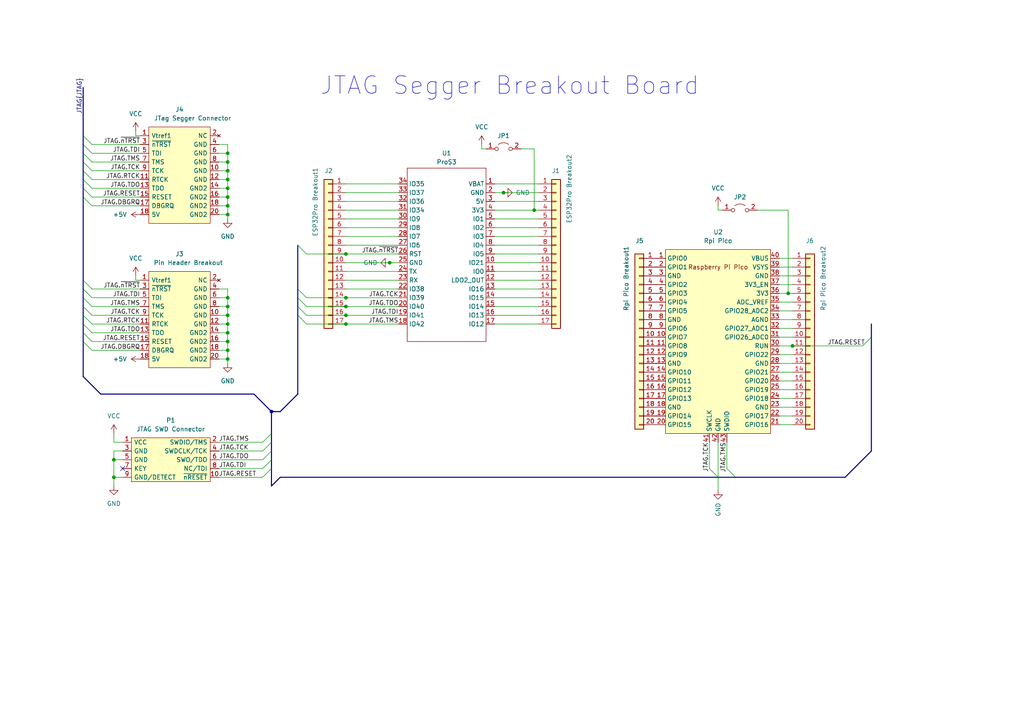
<source format=kicad_sch>
(kicad_sch (version 20230121) (generator eeschema)
  (paper "A4")
  (lib_symbols
    (symbol "Connector_Generic:Conn_01x17" (pin_names (offset 1.016) hide)
      (property "Reference" "J" (at 0 22.86 0))
      (property "Value" "Conn_01x17" (at 0 -22.86 0))
      (symbol "Conn_01x17_1_1"
        (rectangle (start -1.27 -20.193) (end 0 -20.447) (stroke (width 0.1524)))
        (rectangle (start -1.27 -17.653) (end 0 -17.907) (stroke (width 0.1524)))
        (rectangle (start -1.27 -15.113) (end 0 -15.367) (stroke (width 0.1524)))
        (rectangle (start -1.27 -12.573) (end 0 -12.827) (stroke (width 0.1524)))
        (rectangle (start -1.27 -10.033) (end 0 -10.287) (stroke (width 0.1524)))
        (rectangle (start -1.27 -7.493) (end 0 -7.747) (stroke (width 0.1524)))
        (rectangle (start -1.27 -4.953) (end 0 -5.207) (stroke (width 0.1524)))
        (rectangle (start -1.27 -2.413) (end 0 -2.667) (stroke (width 0.1524)))
        (rectangle (start -1.27 0.127) (end 0 -0.127) (stroke (width 0.1524)))
        (rectangle (start -1.27 2.667) (end 0 2.413) (stroke (width 0.1524)))
        (rectangle (start -1.27 5.207) (end 0 4.953) (stroke (width 0.1524)))
        (rectangle (start -1.27 7.747) (end 0 7.493) (stroke (width 0.1524)))
        (rectangle (start -1.27 10.287) (end 0 10.033) (stroke (width 0.1524)))
        (rectangle (start -1.27 12.827) (end 0 12.573) (stroke (width 0.1524)))
        (rectangle (start -1.27 15.367) (end 0 15.113) (stroke (width 0.1524)))
        (rectangle (start -1.27 17.907) (end 0 17.653) (stroke (width 0.1524)))
        (rectangle (start -1.27 20.447) (end 0 20.193) (stroke (width 0.1524)))
        (rectangle (start -1.27 21.59) (end 1.27 -21.59) (stroke (width 0.254)) (fill (type background)))
        (pin passive line (at -5.08 20.32 0) (length 3.81) (name "Pin_1") (number "1"))
        (pin passive line (at -5.08 -2.54 0) (length 3.81) (name "Pin_10") (number "10"))
        (pin passive line (at -5.08 -5.08 0) (length 3.81) (name "Pin_11") (number "11"))
        (pin passive line (at -5.08 -7.62 0) (length 3.81) (name "Pin_12") (number "12"))
        (pin passive line (at -5.08 -10.16 0) (length 3.81) (name "Pin_13") (number "13"))
        (pin passive line (at -5.08 -12.7 0) (length 3.81) (name "Pin_14") (number "14"))
        (pin passive line (at -5.08 -15.24 0) (length 3.81) (name "Pin_15") (number "15"))
        (pin passive line (at -5.08 -17.78 0) (length 3.81) (name "Pin_16") (number "16"))
        (pin passive line (at -5.08 -20.32 0) (length 3.81) (name "Pin_17") (number "17"))
        (pin passive line (at -5.08 17.78 0) (length 3.81) (name "Pin_2") (number "2"))
        (pin passive line (at -5.08 15.24 0) (length 3.81) (name "Pin_3") (number "3"))
        (pin passive line (at -5.08 12.7 0) (length 3.81) (name "Pin_4") (number "4"))
        (pin passive line (at -5.08 10.16 0) (length 3.81) (name "Pin_5") (number "5"))
        (pin passive line (at -5.08 7.62 0) (length 3.81) (name "Pin_6") (number "6"))
        (pin passive line (at -5.08 5.08 0) (length 3.81) (name "Pin_7") (number "7"))
        (pin passive line (at -5.08 2.54 0) (length 3.81) (name "Pin_8") (number "8"))
        (pin passive line (at -5.08 0 0) (length 3.81) (name "Pin_9") (number "9"))
      )
    )
    (symbol "Connector_Generic:Conn_01x20" (pin_names (offset 1.016) hide)
      (property "Reference" "J" (at 0 25.4 0))
      (property "Value" "Conn_01x20" (at 0 -27.94 0))
      (symbol "Conn_01x20_1_1"
        (rectangle (start -1.27 -25.273) (end 0 -25.527) (stroke (width 0.1524)))
        (rectangle (start -1.27 -22.733) (end 0 -22.987) (stroke (width 0.1524)))
        (rectangle (start -1.27 -20.193) (end 0 -20.447) (stroke (width 0.1524)))
        (rectangle (start -1.27 -17.653) (end 0 -17.907) (stroke (width 0.1524)))
        (rectangle (start -1.27 -15.113) (end 0 -15.367) (stroke (width 0.1524)))
        (rectangle (start -1.27 -12.573) (end 0 -12.827) (stroke (width 0.1524)))
        (rectangle (start -1.27 -10.033) (end 0 -10.287) (stroke (width 0.1524)))
        (rectangle (start -1.27 -7.493) (end 0 -7.747) (stroke (width 0.1524)))
        (rectangle (start -1.27 -4.953) (end 0 -5.207) (stroke (width 0.1524)))
        (rectangle (start -1.27 -2.413) (end 0 -2.667) (stroke (width 0.1524)))
        (rectangle (start -1.27 0.127) (end 0 -0.127) (stroke (width 0.1524)))
        (rectangle (start -1.27 2.667) (end 0 2.413) (stroke (width 0.1524)))
        (rectangle (start -1.27 5.207) (end 0 4.953) (stroke (width 0.1524)))
        (rectangle (start -1.27 7.747) (end 0 7.493) (stroke (width 0.1524)))
        (rectangle (start -1.27 10.287) (end 0 10.033) (stroke (width 0.1524)))
        (rectangle (start -1.27 12.827) (end 0 12.573) (stroke (width 0.1524)))
        (rectangle (start -1.27 15.367) (end 0 15.113) (stroke (width 0.1524)))
        (rectangle (start -1.27 17.907) (end 0 17.653) (stroke (width 0.1524)))
        (rectangle (start -1.27 20.447) (end 0 20.193) (stroke (width 0.1524)))
        (rectangle (start -1.27 22.987) (end 0 22.733) (stroke (width 0.1524)))
        (rectangle (start -1.27 24.13) (end 1.27 -26.67) (stroke (width 0.254)) (fill (type background)))
        (pin passive line (at -5.08 22.86 0) (length 3.81) (name "Pin_1") (number "1"))
        (pin passive line (at -5.08 0 0) (length 3.81) (name "Pin_10") (number "10"))
        (pin passive line (at -5.08 -2.54 0) (length 3.81) (name "Pin_11") (number "11"))
        (pin passive line (at -5.08 -5.08 0) (length 3.81) (name "Pin_12") (number "12"))
        (pin passive line (at -5.08 -7.62 0) (length 3.81) (name "Pin_13") (number "13"))
        (pin passive line (at -5.08 -10.16 0) (length 3.81) (name "Pin_14") (number "14"))
        (pin passive line (at -5.08 -12.7 0) (length 3.81) (name "Pin_15") (number "15"))
        (pin passive line (at -5.08 -15.24 0) (length 3.81) (name "Pin_16") (number "16"))
        (pin passive line (at -5.08 -17.78 0) (length 3.81) (name "Pin_17") (number "17"))
        (pin passive line (at -5.08 -20.32 0) (length 3.81) (name "Pin_18") (number "18"))
        (pin passive line (at -5.08 -22.86 0) (length 3.81) (name "Pin_19") (number "19"))
        (pin passive line (at -5.08 20.32 0) (length 3.81) (name "Pin_2") (number "2"))
        (pin passive line (at -5.08 -25.4 0) (length 3.81) (name "Pin_20") (number "20"))
        (pin passive line (at -5.08 17.78 0) (length 3.81) (name "Pin_3") (number "3"))
        (pin passive line (at -5.08 15.24 0) (length 3.81) (name "Pin_4") (number "4"))
        (pin passive line (at -5.08 12.7 0) (length 3.81) (name "Pin_5") (number "5"))
        (pin passive line (at -5.08 10.16 0) (length 3.81) (name "Pin_6") (number "6"))
        (pin passive line (at -5.08 7.62 0) (length 3.81) (name "Pin_7") (number "7"))
        (pin passive line (at -5.08 5.08 0) (length 3.81) (name "Pin_8") (number "8"))
        (pin passive line (at -5.08 2.54 0) (length 3.81) (name "Pin_9") (number "9"))
      )
    )
    (symbol "JTAG_Segger_Connector_1" (pin_names (offset 0.762))
      (property "Reference" "P" (at -1.27 16.51 0))
      (property "Value" "Segger JTag Connector" (at 0 -15.24 0))
      (symbol "JTAG_Segger_Connector_1_0_1"
        (rectangle (start -8.89 15.24) (end 8.89 -12.7) (fill (type background)))
      )
      (symbol "JTAG_Segger_Connector_1_1_1"
        (pin passive line (at -11.43 12.7 0) (length 2.54) (name "Vtref1") (number "1"))
        (pin passive line (at 11.43 2.54 180) (length 2.54) (name "GND") (number "10"))
        (pin passive line (at -11.43 0 0) (length 2.54) (name "RTCK") (number "11"))
        (pin passive line (at 11.43 0 180) (length 2.54) (name "GND") (number "12"))
        (pin passive line (at -11.43 -2.54 0) (length 2.54) (name "TDO") (number "13"))
        (pin passive line (at 11.43 -2.54 180) (length 2.54) (name "GND2") (number "14"))
        (pin passive line (at -11.43 -5.08 0) (length 2.54) (name "RESET") (number "15"))
        (pin passive line (at 11.43 -5.08 180) (length 2.54) (name "GND2") (number "16"))
        (pin passive line (at -11.43 -7.62 0) (length 2.54) (name "DBGRQ") (number "17"))
        (pin passive line (at -11.43 -10.16 0) (length 2.54) (name "5V") (number "18"))
        (pin passive line (at 11.43 -7.62 180) (length 2.54) (name "GND2") (number "18"))
        (pin no_connect line (at 11.43 12.7 180) (length 2.54) (name "NC") (number "2"))
        (pin passive line (at 11.43 -10.16 180) (length 2.54) (name "GND2") (number "20"))
        (pin passive line (at -11.43 10.16 0) (length 2.54) (name "~{nTRST}") (number "3"))
        (pin passive line (at 11.43 10.16 180) (length 2.54) (name "GND") (number "4"))
        (pin passive line (at -11.43 7.62 0) (length 2.54) (name "TDI") (number "5"))
        (pin passive line (at 11.43 7.62 180) (length 2.54) (name "GND") (number "6"))
        (pin passive line (at -11.43 5.08 0) (length 2.54) (name "TMS") (number "7"))
        (pin passive line (at 11.43 5.08 180) (length 2.54) (name "GND") (number "8"))
        (pin passive line (at -11.43 2.54 0) (length 2.54) (name "TCK") (number "9"))
      )
    )
    (symbol "Jumper:Jumper_2_Open" (pin_names (offset 0) hide)
      (property "Reference" "JP" (at 0 2.794 0))
      (property "Value" "Jumper_2_Open" (at 0 -2.286 0))
      (symbol "Jumper_2_Open_0_0"
        (circle (center -2.032 0) (radius 0.508))
        (circle (center 2.032 0) (radius 0.508))
      )
      (symbol "Jumper_2_Open_0_1"
        (arc (start 1.524 1.27) (mid 0 1.778) (end -1.524 1.27))
      )
      (symbol "Jumper_2_Open_1_1"
        (pin passive line (at -5.08 0 0) (length 2.54) (name "A") (number "1"))
        (pin passive line (at 5.08 0 180) (length 2.54) (name "B") (number "2"))
      )
    )
    (symbol "MCU_RaspberryPi_and_Boards:Pico"
      (property "Reference" "U" (at -13.97 27.94 0))
      (property "Value" "Pico" (at 0 19.05 0))
      (symbol "Pico_0_0"
        (text "Raspberry Pi Pico" (at 0 21.59 0) (effects (font (size 1.27 1.27))))
      )
      (symbol "Pico_0_1"
        (rectangle (start -15.24 26.67) (end 15.24 -26.67) (fill (type background)))
      )
      (symbol "Pico_1_1"
        (pin bidirectional line (at -17.78 24.13 0) (length 2.54) (name "GPIO0") (number "1"))
        (pin bidirectional line (at -17.78 1.27 0) (length 2.54) (name "GPIO7") (number "10"))
        (pin bidirectional line (at -17.78 -1.27 0) (length 2.54) (name "GPIO8") (number "11"))
        (pin bidirectional line (at -17.78 -3.81 0) (length 2.54) (name "GPIO9") (number "12"))
        (pin power_in line (at -17.78 -6.35 0) (length 2.54) (name "GND") (number "13"))
        (pin bidirectional line (at -17.78 -8.89 0) (length 2.54) (name "GPIO10") (number "14"))
        (pin bidirectional line (at -17.78 -11.43 0) (length 2.54) (name "GPIO11") (number "15"))
        (pin bidirectional line (at -17.78 -13.97 0) (length 2.54) (name "GPIO12") (number "16"))
        (pin bidirectional line (at -17.78 -16.51 0) (length 2.54) (name "GPIO13") (number "17"))
        (pin power_in line (at -17.78 -19.05 0) (length 2.54) (name "GND") (number "18"))
        (pin bidirectional line (at -17.78 -21.59 0) (length 2.54) (name "GPIO14") (number "19"))
        (pin bidirectional line (at -17.78 21.59 0) (length 2.54) (name "GPIO1") (number "2"))
        (pin bidirectional line (at -17.78 -24.13 0) (length 2.54) (name "GPIO15") (number "20"))
        (pin bidirectional line (at 17.78 -24.13 180) (length 2.54) (name "GPIO16") (number "21"))
        (pin bidirectional line (at 17.78 -21.59 180) (length 2.54) (name "GPIO17") (number "22"))
        (pin power_in line (at 17.78 -19.05 180) (length 2.54) (name "GND") (number "23"))
        (pin bidirectional line (at 17.78 -16.51 180) (length 2.54) (name "GPIO18") (number "24"))
        (pin bidirectional line (at 17.78 -13.97 180) (length 2.54) (name "GPIO19") (number "25"))
        (pin bidirectional line (at 17.78 -11.43 180) (length 2.54) (name "GPIO20") (number "26"))
        (pin bidirectional line (at 17.78 -8.89 180) (length 2.54) (name "GPIO21") (number "27"))
        (pin power_in line (at 17.78 -6.35 180) (length 2.54) (name "GND") (number "28"))
        (pin bidirectional line (at 17.78 -3.81 180) (length 2.54) (name "GPIO22") (number "29"))
        (pin power_in line (at -17.78 19.05 0) (length 2.54) (name "GND") (number "3"))
        (pin input line (at 17.78 -1.27 180) (length 2.54) (name "RUN") (number "30"))
        (pin bidirectional line (at 17.78 1.27 180) (length 2.54) (name "GPIO26_ADC0") (number "31"))
        (pin bidirectional line (at 17.78 3.81 180) (length 2.54) (name "GPIO27_ADC1") (number "32"))
        (pin power_in line (at 17.78 6.35 180) (length 2.54) (name "AGND") (number "33"))
        (pin bidirectional line (at 17.78 8.89 180) (length 2.54) (name "GPIO28_ADC2") (number "34"))
        (pin power_in line (at 17.78 11.43 180) (length 2.54) (name "ADC_VREF") (number "35"))
        (pin power_in line (at 17.78 13.97 180) (length 2.54) (name "3V3") (number "36"))
        (pin input line (at 17.78 16.51 180) (length 2.54) (name "3V3_EN") (number "37"))
        (pin bidirectional line (at 17.78 19.05 180) (length 2.54) (name "GND") (number "38"))
        (pin power_in line (at 17.78 21.59 180) (length 2.54) (name "VSYS") (number "39"))
        (pin bidirectional line (at -17.78 16.51 0) (length 2.54) (name "GPIO2") (number "4"))
        (pin power_in line (at 17.78 24.13 180) (length 2.54) (name "VBUS") (number "40"))
        (pin input line (at -2.54 -29.21 90) (length 2.54) (name "SWCLK") (number "41"))
        (pin power_in line (at 0 -29.21 90) (length 2.54) (name "GND") (number "42"))
        (pin bidirectional line (at 2.54 -29.21 90) (length 2.54) (name "SWDIO") (number "43"))
        (pin bidirectional line (at -17.78 13.97 0) (length 2.54) (name "GPIO3") (number "5"))
        (pin bidirectional line (at -17.78 11.43 0) (length 2.54) (name "GPIO4") (number "6"))
        (pin bidirectional line (at -17.78 8.89 0) (length 2.54) (name "GPIO5") (number "7"))
        (pin power_in line (at -17.78 6.35 0) (length 2.54) (name "GND") (number "8"))
        (pin bidirectional line (at -17.78 3.81 0) (length 2.54) (name "GPIO6") (number "9"))
      )
    )
    (symbol "ProS3:ProS3"
      (property "Reference" "U" (at 0 -28.956 0))
      (property "Value" "ProS3" (at -0.508 27.178 0))
      (symbol "ProS3_0_1"
        (rectangle (start -11.43 24.892) (end 11.43 -25.4) (stroke (width 0.1524)))
      )
      (symbol "ProS3_1_1"
        (pin power_in line (at 13.97 20.32 180) (length 2.54) (name "VBAT") (number "1"))
        (pin bidirectional line (at 13.97 -2.54 180) (length 2.54) (name "IO21") (number "10"))
        (pin bidirectional line (at 13.97 -5.08 180) (length 2.54) (name "IO0") (number "11"))
        (pin power_out line (at 13.97 -7.62 180) (length 2.54) (name "LDO2_OUT") (number "12"))
        (pin bidirectional line (at 13.97 -10.16 180) (length 2.54) (name "IO16") (number "13"))
        (pin bidirectional line (at 13.97 -12.7 180) (length 2.54) (name "IO15") (number "14"))
        (pin bidirectional line (at 13.97 -15.24 180) (length 2.54) (name "IO14") (number "15"))
        (pin bidirectional line (at 13.97 -17.78 180) (length 2.54) (name "IO13") (number "16"))
        (pin bidirectional line (at 13.97 -20.32 180) (length 2.54) (name "IO12") (number "17"))
        (pin bidirectional line (at -13.97 -20.32 0) (length 2.54) (name "IO42") (number "18"))
        (pin bidirectional line (at -13.97 -17.78 0) (length 2.54) (name "IO41") (number "19"))
        (pin power_in line (at 13.97 17.78 180) (length 2.54) (name "GND") (number "2"))
        (pin bidirectional line (at -13.97 -15.24 0) (length 2.54) (name "IO40") (number "20"))
        (pin bidirectional line (at -13.97 -12.7 0) (length 2.54) (name "IO39") (number "21"))
        (pin bidirectional line (at -13.97 -10.16 0) (length 2.54) (name "IO38") (number "22"))
        (pin bidirectional line (at -13.97 -7.62 0) (length 2.54) (name "RX") (number "23"))
        (pin bidirectional line (at -13.97 -5.08 0) (length 2.54) (name "TX") (number "24"))
        (pin power_in line (at -13.97 -2.54 0) (length 2.54) (name "GND") (number "25"))
        (pin input line (at -13.97 0 0) (length 2.54) (name "RST") (number "26"))
        (pin bidirectional line (at -13.97 2.54 0) (length 2.54) (name "IO6") (number "27"))
        (pin bidirectional line (at -13.97 5.08 0) (length 2.54) (name "IO7") (number "28"))
        (pin bidirectional line (at -13.97 7.62 0) (length 2.54) (name "IO8") (number "29"))
        (pin power_in line (at 13.97 15.24 180) (length 2.54) (name "5V") (number "3"))
        (pin bidirectional line (at -13.97 10.16 0) (length 2.54) (name "IO9") (number "30"))
        (pin bidirectional line (at -13.97 12.7 0) (length 2.54) (name "IO34") (number "31"))
        (pin bidirectional line (at -13.97 15.24 0) (length 2.54) (name "IO36") (number "32"))
        (pin bidirectional line (at -13.97 17.78 0) (length 2.54) (name "IO37") (number "33"))
        (pin bidirectional line (at -13.97 20.32 0) (length 2.54) (name "IO35") (number "34"))
        (pin power_in line (at 13.97 12.7 180) (length 2.54) (name "3V3") (number "4"))
        (pin bidirectional line (at 13.97 10.16 180) (length 2.54) (name "IO1") (number "5"))
        (pin bidirectional line (at 13.97 7.62 180) (length 2.54) (name "IO2") (number "6"))
        (pin bidirectional line (at 13.97 5.08 180) (length 2.54) (name "IO3") (number "7"))
        (pin bidirectional line (at 13.97 2.54 180) (length 2.54) (name "IO4") (number "8"))
        (pin bidirectional line (at 13.97 0 180) (length 2.54) (name "IO5") (number "9"))
      )
    )
    (symbol "hecatron.conn:JTAG_SWD_Connector" (pin_names (offset 0.762))
      (property "Reference" "P" (at 0 7.62 0))
      (property "Value" "JTAG SWD Connector" (at 0 -7.62 0))
      (symbol "JTAG_SWD_Connector_0_1"
        (rectangle (start -11.43 6.35) (end 11.43 -6.35) (fill (type background)))
      )
      (symbol "JTAG_SWD_Connector_1_1"
        (pin passive line (at -13.97 5.08 0) (length 2.54) (name "VCC") (number "1"))
        (pin passive line (at 13.97 -5.08 180) (length 2.54) (name "~{nRESET}") (number "10"))
        (pin passive line (at 13.97 5.08 180) (length 2.54) (name "SWDIO/TMS") (number "2"))
        (pin passive line (at -13.97 2.54 0) (length 2.54) (name "GND") (number "3"))
        (pin passive line (at 13.97 2.54 180) (length 2.54) (name "SWDCLK/TCK") (number "4"))
        (pin passive line (at -13.97 0 0) (length 2.54) (name "GND") (number "5"))
        (pin passive line (at 13.97 0 180) (length 2.54) (name "SWO/TDO") (number "6"))
        (pin passive line (at -13.97 -2.54 0) (length 2.54) (name "KEY") (number "7"))
        (pin passive line (at 13.97 -2.54 180) (length 2.54) (name "NC/TDI") (number "8"))
        (pin passive line (at -13.97 -5.08 0) (length 2.54) (name "GND/DETECT") (number "9"))
      )
    )
    (symbol "hecatron.conn:JTAG_Segger_Connector" (pin_names (offset 0.762))
      (property "Reference" "J2" (at 0 20.32 0))
      (property "Value" "JTag Segger Connector" (at 3.81 17.78 0))
      (symbol "JTAG_Segger_Connector_0_1"
        (rectangle (start -8.89 15.24) (end 8.89 -12.7) (fill (type background)))
      )
      (symbol "JTAG_Segger_Connector_1_1"
        (pin passive line (at -11.43 12.7 0) (length 2.54) (name "Vtref1") (number "1"))
        (pin passive line (at 11.43 2.54 180) (length 2.54) (name "GND") (number "10"))
        (pin passive line (at -11.43 0 0) (length 2.54) (name "RTCK") (number "11"))
        (pin passive line (at 11.43 0 180) (length 2.54) (name "GND") (number "12"))
        (pin passive line (at -11.43 -2.54 0) (length 2.54) (name "TDO") (number "13"))
        (pin passive line (at 11.43 -2.54 180) (length 2.54) (name "GND2") (number "14"))
        (pin passive line (at -11.43 -5.08 0) (length 2.54) (name "RESET") (number "15"))
        (pin passive line (at 11.43 -5.08 180) (length 2.54) (name "GND2") (number "16"))
        (pin passive line (at -11.43 -7.62 0) (length 2.54) (name "DBGRQ") (number "17"))
        (pin passive line (at -11.43 -10.16 0) (length 2.54) (name "5V") (number "18"))
        (pin passive line (at 11.43 -7.62 180) (length 2.54) (name "GND2") (number "18"))
        (pin no_connect line (at 11.43 12.7 180) (length 2.54) (name "NC") (number "2"))
        (pin passive line (at 11.43 -10.16 180) (length 2.54) (name "GND2") (number "20"))
        (pin passive line (at -11.43 10.16 0) (length 2.54) (name "~{nTRST}") (number "3"))
        (pin passive line (at 11.43 10.16 180) (length 2.54) (name "GND") (number "4"))
        (pin passive line (at -11.43 7.62 0) (length 2.54) (name "TDI") (number "5"))
        (pin passive line (at 11.43 7.62 180) (length 2.54) (name "GND") (number "6"))
        (pin passive line (at -11.43 5.08 0) (length 2.54) (name "TMS") (number "7"))
        (pin passive line (at 11.43 5.08 180) (length 2.54) (name "GND") (number "8"))
        (pin passive line (at -11.43 2.54 0) (length 2.54) (name "TCK") (number "9"))
      )
    )
    (symbol "power:+5V" (power) (pin_names (offset 0))
      (property "Value" "+5V" (at 0 3.556 0))
      (symbol "+5V_0_1"
        (polyline (pts (xy -0.762 1.27) (xy 0 2.54)))
        (polyline (pts (xy 0 0) (xy 0 2.54)))
        (polyline (pts (xy 0 2.54) (xy 0.762 1.27)))
      )
      (symbol "+5V_1_1"
        (pin power_in line (at 0 0 90) (length 0) hide (name "+5V") (number "1"))
      )
    )
    (symbol "power:GND" (power) (pin_names (offset 0))
      (property "Value" "GND" (at 0 -3.81 0))
      (symbol "GND_0_1"
        (polyline (pts (xy 0 0) (xy 0 -1.27) (xy 1.27 -1.27) (xy 0 -2.54) (xy -1.27 -1.27) (xy 0 -1.27)))
      )
      (symbol "GND_1_1"
        (pin power_in line (at 0 0 270) (length 0) hide (name "GND") (number "1"))
      )
    )
    (symbol "power:VCC" (power) (pin_names (offset 0))
      (property "Value" "VCC" (at 0 3.81 0))
      (symbol "VCC_0_1"
        (polyline (pts (xy -0.762 1.27) (xy 0 2.54)))
        (polyline (pts (xy 0 0) (xy 0 2.54)))
        (polyline (pts (xy 0 2.54) (xy 0.762 1.27)))
      )
      (symbol "VCC_1_1"
        (pin power_in line (at 0 0 90) (length 0) hide (name "VCC") (number "1"))
      )
    )
  )
  (bus_alias "JTAG" (members "~{nTRST}" "TDI" "TMS" "TCK" "RTCK" "TDO" "RESET" "DBGRQ"))
  (junction (at 33.02 133.35))
  (junction (at 100.33 88.9))
  (junction (at 66.04 104.14))
  (junction (at 66.04 93.98))
  (junction (at 66.04 59.69))
  (junction (at 66.04 54.61))
  (junction (at 100.33 93.98))
  (junction (at 100.33 91.44))
  (junction (at 66.04 44.45))
  (junction (at 100.33 73.66))
  (junction (at 66.04 99.06))
  (junction (at 66.04 101.6))
  (junction (at 66.04 49.53))
  (junction (at 66.04 91.44))
  (junction (at 154.94 60.96))
  (junction (at 66.04 86.36))
  (junction (at 66.04 46.99))
  (junction (at 78.74 119.38))
  (junction (at 66.04 52.07))
  (junction (at 66.04 96.52))
  (junction (at 66.04 57.15))
  (junction (at 229.87 100.33))
  (junction (at 228.6 85.09))
  (junction (at 66.04 62.23))
  (junction (at 146.05 55.88))
  (junction (at 33.02 138.43))
  (junction (at 100.33 86.36))
  (junction (at 66.04 88.9))
  (junction (at 113.03 76.2))
  (no_connect (at 35.56 135.89))
  (bus_entry (at 24.13 99.06) (size 2.54 2.54))
  (bus_entry (at 250.19 100.33) (size 2.54 -2.54))
  (bus_entry (at 205.74 135.89) (size 2.54 2.54))
  (bus_entry (at 213.36 138.43) (size -2.54 -2.54))
  (bus_entry (at 78.74 130.81) (size -2.54 2.54))
  (bus_entry (at 86.36 86.36) (size 2.54 2.54))
  (bus_entry (at 24.13 46.99) (size 2.54 2.54))
  (bus_entry (at 78.74 125.73) (size -2.54 2.54))
  (bus_entry (at 78.74 128.27) (size -2.54 2.54))
  (bus_entry (at 78.74 133.35) (size -2.54 2.54))
  (bus_entry (at 86.36 88.9) (size 2.54 2.54))
  (bus_entry (at 24.13 44.45) (size 2.54 2.54))
  (bus_entry (at 24.13 81.28) (size 2.54 2.54))
  (bus_entry (at 24.13 49.53) (size 2.54 2.54))
  (bus_entry (at 24.13 52.07) (size 2.54 2.54))
  (bus_entry (at 24.13 41.91) (size 2.54 2.54))
  (bus_entry (at 86.36 71.12) (size 2.54 2.54))
  (bus_entry (at 86.36 83.82) (size 2.54 2.54))
  (bus_entry (at 24.13 91.44) (size 2.54 2.54))
  (bus_entry (at 24.13 86.36) (size 2.54 2.54))
  (bus_entry (at 78.74 135.89) (size -2.54 2.54))
  (bus_entry (at 24.13 96.52) (size 2.54 2.54))
  (bus_entry (at 24.13 88.9) (size 2.54 2.54))
  (bus_entry (at 86.36 91.44) (size 2.54 2.54))
  (bus_entry (at 24.13 57.15) (size 2.54 2.54))
  (bus_entry (at 24.13 39.37) (size 2.54 2.54))
  (bus_entry (at 24.13 54.61) (size 2.54 2.54))
  (bus_entry (at 24.13 83.82) (size 2.54 2.54))
  (bus_entry (at 24.13 93.98) (size 2.54 2.54))
  (wire (pts (xy 66.04 99.06) (xy 66.04 101.6)))
  (bus (pts (xy 78.74 133.35) (xy 78.74 135.89)))
  (wire (pts (xy 228.6 85.09) (xy 228.6 60.96)))
  (wire (pts (xy 26.67 91.44) (xy 40.64 91.44)))
  (bus (pts (xy 86.36 71.12) (xy 86.36 83.82)))
  (bus (pts (xy 29.21 114.3) (xy 73.66 114.3)))
  (wire (pts (xy 100.33 91.44) (xy 115.57 91.44)))
  (wire (pts (xy 143.51 81.28) (xy 156.21 81.28)))
  (bus (pts (xy 78.74 125.73) (xy 78.74 128.27)))
  (wire (pts (xy 88.9 88.9) (xy 100.33 88.9)))
  (wire (pts (xy 26.67 93.98) (xy 40.64 93.98)))
  (wire (pts (xy 39.37 80.01) (xy 39.37 81.28)))
  (wire (pts (xy 226.06 115.57) (xy 229.87 115.57)))
  (bus (pts (xy 78.74 119.38) (xy 81.28 119.38)))
  (bus (pts (xy 24.13 99.06) (xy 24.13 109.22)))
  (wire (pts (xy 143.51 93.98) (xy 156.21 93.98)))
  (wire (pts (xy 219.71 60.96) (xy 228.6 60.96)))
  (bus (pts (xy 252.73 130.81) (xy 245.11 138.43)))
  (wire (pts (xy 66.04 88.9) (xy 66.04 91.44)))
  (bus (pts (xy 24.13 81.28) (xy 24.13 83.82)))
  (bus (pts (xy 252.73 97.79) (xy 252.73 130.81)))
  (wire (pts (xy 26.67 54.61) (xy 40.64 54.61)))
  (wire (pts (xy 143.51 66.04) (xy 156.21 66.04)))
  (wire (pts (xy 143.51 88.9) (xy 156.21 88.9)))
  (wire (pts (xy 226.06 92.71) (xy 229.87 92.71)))
  (wire (pts (xy 143.51 58.42) (xy 156.21 58.42)))
  (wire (pts (xy 100.33 86.36) (xy 115.57 86.36)))
  (wire (pts (xy 63.5 128.27) (xy 76.2 128.27)))
  (wire (pts (xy 63.5 49.53) (xy 66.04 49.53)))
  (bus (pts (xy 252.73 93.98) (xy 252.73 97.79)))
  (bus (pts (xy 24.13 109.22) (xy 29.21 114.3)))
  (wire (pts (xy 63.5 96.52) (xy 66.04 96.52)))
  (bus (pts (xy 81.28 138.43) (xy 78.74 140.97)))
  (bus (pts (xy 24.13 83.82) (xy 24.13 86.36)))
  (wire (pts (xy 63.5 101.6) (xy 66.04 101.6)))
  (wire (pts (xy 40.64 39.37) (xy 39.37 39.37)))
  (wire (pts (xy 146.05 55.88) (xy 156.21 55.88)))
  (bus (pts (xy 24.13 96.52) (xy 24.13 99.06)))
  (wire (pts (xy 88.9 73.66) (xy 100.33 73.66)))
  (wire (pts (xy 100.33 81.28) (xy 115.57 81.28)))
  (wire (pts (xy 226.06 120.65) (xy 229.87 120.65)))
  (wire (pts (xy 208.28 138.43) (xy 208.28 142.24)))
  (wire (pts (xy 63.5 46.99) (xy 66.04 46.99)))
  (bus (pts (xy 24.13 49.53) (xy 24.13 52.07)))
  (bus (pts (xy 24.13 86.36) (xy 24.13 88.9)))
  (wire (pts (xy 66.04 91.44) (xy 66.04 93.98)))
  (wire (pts (xy 143.51 60.96) (xy 154.94 60.96)))
  (wire (pts (xy 35.56 128.27) (xy 33.02 128.27)))
  (wire (pts (xy 33.02 138.43) (xy 33.02 140.97)))
  (wire (pts (xy 26.67 46.99) (xy 40.64 46.99)))
  (wire (pts (xy 100.33 60.96) (xy 115.57 60.96)))
  (wire (pts (xy 63.5 104.14) (xy 66.04 104.14)))
  (wire (pts (xy 63.5 54.61) (xy 66.04 54.61)))
  (bus (pts (xy 86.36 91.44) (xy 86.36 114.3)))
  (wire (pts (xy 26.67 59.69) (xy 40.64 59.69)))
  (wire (pts (xy 63.5 52.07) (xy 66.04 52.07)))
  (bus (pts (xy 24.13 91.44) (xy 24.13 93.98)))
  (wire (pts (xy 63.5 99.06) (xy 66.04 99.06)))
  (wire (pts (xy 100.33 63.5) (xy 115.57 63.5)))
  (wire (pts (xy 226.06 100.33) (xy 229.87 100.33)))
  (wire (pts (xy 26.67 96.52) (xy 40.64 96.52)))
  (wire (pts (xy 226.06 95.25) (xy 229.87 95.25)))
  (wire (pts (xy 226.06 97.79) (xy 229.87 97.79)))
  (wire (pts (xy 66.04 104.14) (xy 66.04 105.41)))
  (wire (pts (xy 226.06 90.17) (xy 229.87 90.17)))
  (wire (pts (xy 39.37 38.1) (xy 39.37 39.37)))
  (wire (pts (xy 35.56 133.35) (xy 33.02 133.35)))
  (wire (pts (xy 26.67 44.45) (xy 40.64 44.45)))
  (wire (pts (xy 26.67 101.6) (xy 40.64 101.6)))
  (wire (pts (xy 26.67 41.91) (xy 40.64 41.91)))
  (wire (pts (xy 66.04 96.52) (xy 66.04 99.06)))
  (bus (pts (xy 24.13 41.91) (xy 24.13 44.45)))
  (wire (pts (xy 63.5 130.81) (xy 76.2 130.81)))
  (wire (pts (xy 228.6 85.09) (xy 229.87 85.09)))
  (wire (pts (xy 63.5 57.15) (xy 66.04 57.15)))
  (bus (pts (xy 86.36 88.9) (xy 86.36 91.44)))
  (wire (pts (xy 143.51 78.74) (xy 156.21 78.74)))
  (wire (pts (xy 154.94 60.96) (xy 156.21 60.96)))
  (wire (pts (xy 205.74 128.27) (xy 205.74 135.89)))
  (wire (pts (xy 226.06 105.41) (xy 229.87 105.41)))
  (wire (pts (xy 26.67 86.36) (xy 40.64 86.36)))
  (wire (pts (xy 66.04 86.36) (xy 66.04 88.9)))
  (wire (pts (xy 229.87 100.33) (xy 250.19 100.33)))
  (wire (pts (xy 100.33 88.9) (xy 115.57 88.9)))
  (wire (pts (xy 33.02 130.81) (xy 33.02 133.35)))
  (wire (pts (xy 143.51 86.36) (xy 156.21 86.36)))
  (wire (pts (xy 66.04 93.98) (xy 66.04 96.52)))
  (wire (pts (xy 226.06 118.11) (xy 229.87 118.11)))
  (wire (pts (xy 66.04 49.53) (xy 66.04 52.07)))
  (wire (pts (xy 63.5 86.36) (xy 66.04 86.36)))
  (wire (pts (xy 100.33 83.82) (xy 115.57 83.82)))
  (wire (pts (xy 63.5 91.44) (xy 66.04 91.44)))
  (wire (pts (xy 143.51 83.82) (xy 156.21 83.82)))
  (wire (pts (xy 33.02 133.35) (xy 33.02 138.43)))
  (bus (pts (xy 78.74 119.38) (xy 78.74 125.73)))
  (wire (pts (xy 66.04 54.61) (xy 66.04 57.15)))
  (bus (pts (xy 24.13 39.37) (xy 24.13 41.91)))
  (wire (pts (xy 88.9 86.36) (xy 100.33 86.36)))
  (wire (pts (xy 26.67 57.15) (xy 40.64 57.15)))
  (wire (pts (xy 63.5 62.23) (xy 66.04 62.23)))
  (bus (pts (xy 78.74 130.81) (xy 78.74 133.35)))
  (wire (pts (xy 143.51 73.66) (xy 156.21 73.66)))
  (bus (pts (xy 24.13 93.98) (xy 24.13 96.52)))
  (bus (pts (xy 86.36 114.3) (xy 81.28 119.38)))
  (wire (pts (xy 63.5 59.69) (xy 66.04 59.69)))
  (wire (pts (xy 143.51 53.34) (xy 156.21 53.34)))
  (wire (pts (xy 40.64 81.28) (xy 39.37 81.28)))
  (bus (pts (xy 86.36 83.82) (xy 86.36 86.36)))
  (wire (pts (xy 33.02 138.43) (xy 35.56 138.43)))
  (wire (pts (xy 66.04 101.6) (xy 66.04 104.14)))
  (wire (pts (xy 226.06 102.87) (xy 229.87 102.87)))
  (wire (pts (xy 226.06 74.93) (xy 229.87 74.93)))
  (wire (pts (xy 226.06 77.47) (xy 229.87 77.47)))
  (wire (pts (xy 210.82 128.27) (xy 210.82 135.89)))
  (wire (pts (xy 226.06 123.19) (xy 229.87 123.19)))
  (bus (pts (xy 24.13 52.07) (xy 24.13 54.61)))
  (wire (pts (xy 226.06 87.63) (xy 229.87 87.63)))
  (bus (pts (xy 245.11 138.43) (xy 213.36 138.43)))
  (wire (pts (xy 100.33 73.66) (xy 115.57 73.66)))
  (bus (pts (xy 78.74 135.89) (xy 78.74 140.97)))
  (wire (pts (xy 66.04 46.99) (xy 66.04 49.53)))
  (bus (pts (xy 73.66 114.3) (xy 78.74 119.38)))
  (bus (pts (xy 24.13 88.9) (xy 24.13 91.44)))
  (wire (pts (xy 63.5 135.89) (xy 76.2 135.89)))
  (wire (pts (xy 63.5 83.82) (xy 66.04 83.82)))
  (wire (pts (xy 143.51 71.12) (xy 156.21 71.12)))
  (wire (pts (xy 209.55 60.96) (xy 208.28 60.96)))
  (wire (pts (xy 26.67 99.06) (xy 40.64 99.06)))
  (wire (pts (xy 143.51 63.5) (xy 156.21 63.5)))
  (wire (pts (xy 208.28 128.27) (xy 208.28 138.43)))
  (wire (pts (xy 226.06 113.03) (xy 229.87 113.03)))
  (bus (pts (xy 213.36 138.43) (xy 208.28 138.43)))
  (wire (pts (xy 63.5 88.9) (xy 66.04 88.9)))
  (wire (pts (xy 100.33 66.04) (xy 115.57 66.04)))
  (wire (pts (xy 143.51 68.58) (xy 156.21 68.58)))
  (wire (pts (xy 66.04 44.45) (xy 66.04 46.99)))
  (wire (pts (xy 100.33 53.34) (xy 115.57 53.34)))
  (wire (pts (xy 66.04 83.82) (xy 66.04 86.36)))
  (wire (pts (xy 143.51 76.2) (xy 156.21 76.2)))
  (wire (pts (xy 63.5 44.45) (xy 66.04 44.45)))
  (bus (pts (xy 24.13 54.61) (xy 24.13 57.15)))
  (wire (pts (xy 26.67 88.9) (xy 40.64 88.9)))
  (wire (pts (xy 26.67 52.07) (xy 40.64 52.07)))
  (wire (pts (xy 63.5 93.98) (xy 66.04 93.98)))
  (wire (pts (xy 226.06 110.49) (xy 229.87 110.49)))
  (wire (pts (xy 66.04 62.23) (xy 66.04 63.5)))
  (wire (pts (xy 88.9 91.44) (xy 100.33 91.44)))
  (bus (pts (xy 24.13 46.99) (xy 24.13 49.53)))
  (wire (pts (xy 226.06 80.01) (xy 229.87 80.01)))
  (bus (pts (xy 78.74 128.27) (xy 78.74 130.81)))
  (wire (pts (xy 88.9 93.98) (xy 100.33 93.98)))
  (wire (pts (xy 66.04 57.15) (xy 66.04 59.69)))
  (wire (pts (xy 63.5 41.91) (xy 66.04 41.91)))
  (bus (pts (xy 86.36 86.36) (xy 86.36 88.9)))
  (wire (pts (xy 143.51 55.88) (xy 146.05 55.88)))
  (wire (pts (xy 100.33 58.42) (xy 115.57 58.42)))
  (wire (pts (xy 35.56 130.81) (xy 33.02 130.81)))
  (bus (pts (xy 24.13 44.45) (xy 24.13 46.99)))
  (wire (pts (xy 154.94 43.18) (xy 154.94 60.96)))
  (wire (pts (xy 140.97 43.18) (xy 139.7 43.18)))
  (wire (pts (xy 100.33 93.98) (xy 115.57 93.98)))
  (wire (pts (xy 226.06 107.95) (xy 229.87 107.95)))
  (wire (pts (xy 26.67 83.82) (xy 40.64 83.82)))
  (bus (pts (xy 24.13 25.4) (xy 24.13 39.37)))
  (wire (pts (xy 26.67 49.53) (xy 40.64 49.53)))
  (wire (pts (xy 226.06 82.55) (xy 229.87 82.55)))
  (wire (pts (xy 63.5 138.43) (xy 76.2 138.43)))
  (wire (pts (xy 66.04 52.07) (xy 66.04 54.61)))
  (wire (pts (xy 33.02 125.73) (xy 33.02 128.27)))
  (wire (pts (xy 100.33 76.2) (xy 113.03 76.2)))
  (wire (pts (xy 113.03 76.2) (xy 115.57 76.2)))
  (bus (pts (xy 208.28 138.43) (xy 81.28 138.43)))
  (wire (pts (xy 66.04 41.91) (xy 66.04 44.45)))
  (wire (pts (xy 100.33 71.12) (xy 115.57 71.12)))
  (bus (pts (xy 24.13 57.15) (xy 24.13 81.28)))
  (wire (pts (xy 139.7 41.91) (xy 139.7 43.18)))
  (wire (pts (xy 100.33 55.88) (xy 115.57 55.88)))
  (wire (pts (xy 100.33 68.58) (xy 115.57 68.58)))
  (wire (pts (xy 66.04 59.69) (xy 66.04 62.23)))
  (wire (pts (xy 143.51 91.44) (xy 156.21 91.44)))
  (wire (pts (xy 226.06 85.09) (xy 228.6 85.09)))
  (wire (pts (xy 63.5 133.35) (xy 76.2 133.35)))
  (wire (pts (xy 151.13 43.18) (xy 154.94 43.18)))
  (wire (pts (xy 208.28 59.69) (xy 208.28 60.96)))
  (wire (pts (xy 100.33 78.74) (xy 115.57 78.74)))
  (text "JTAG Segger Breakout Board" (at 92.71 27.94 0) (effects (font (size 5.08 5.08)) (justify left bottom)))
  (label "JTAG.DBGRQ" (at 40.64 101.6 180))
  (label "JTAG.TDI" (at 63.5 135.89 0))
  (label "JTAG.TCK" (at 40.64 49.53 180))
  (label "JTAG.TMS" (at 40.64 88.9 180))
  (label "JTAG.TMS" (at 40.64 46.99 180))
  (label "JTAG.~{nTRST}" (at 115.57 73.66 180))
  (label "JTAG.DBGRQ" (at 40.64 59.69 180))
  (label "JTAG.TMS" (at 63.5 128.27 0))
  (label "JTAG.TCK" (at 40.64 91.44 180))
  (label "JTAG.TDI" (at 115.57 91.44 180))
  (label "JTAG.TDI" (at 40.64 44.45 180))
  (label "JTAG.TDO" (at 40.64 96.52 180))
  (label "JTAG{JTAG}" (at 24.13 33.02 90))
  (label "JTAG.RTCK" (at 40.64 93.98 180))
  (label "JTAG.TDO" (at 40.64 54.61 180))
  (label "JTAG.TCK" (at 115.57 86.36 180))
  (label "JTAG.RESET" (at 63.5 138.43 0))
  (label "JTAG.TDO" (at 115.57 88.9 180))
  (label "JTAG.~{nTRST}" (at 40.64 83.82 180))
  (label "JTAG.RTCK" (at 40.64 52.07 180))
  (label "JTAG.RESET" (at 240.03 100.33 0))
  (label "JTAG.TDI" (at 40.64 86.36 180))
  (label "JTAG.TCK" (at 63.5 130.81 0))
  (label "JTAG.TMS" (at 210.82 128.27 270))
  (label "JTAG.TCK" (at 205.74 128.27 270))
  (label "JTAG.~{nTRST}" (at 40.64 41.91 180))
  (label "JTAG.RESET" (at 40.64 99.06 180))
  (label "JTAG.TDO" (at 63.5 133.35 0))
  (label "JTAG.TMS" (at 115.57 93.98 180))
  (label "JTAG.RESET" (at 40.64 57.15 180))
  (symbol (lib_id "ProS3:ProS3") (at 129.54 73.66 0) (unit 1)
    (property "Reference" "U1" (at 129.54 44.45 0))
    (property "Value" "ProS3" (at 129.54 46.99 0))
  )
  (symbol (lib_id "power:GND") (at 113.03 76.2 270) (unit 1)
    (property "Reference" "#PWR09" (effects hide))
    (property "Value" "GND" (at 105.41 76.2 90) (effects (justify left)))
  )
  (symbol (lib_id "power:GND") (at 66.04 105.41 0) (unit 1)
    (property "Reference" "#PWR08" (effects hide))
    (property "Value" "GND" (at 66.04 110.49 0))
  )
  (symbol (lib_id "Connector_Generic:Conn_01x20") (at 234.95 97.79 0) (unit 1)
    (property "Reference" "J6" (at 233.68 69.85 0) (effects (justify left)))
    (property "Value" "Rpi Pico Breakout2" (at 238.76 90.17 90) (effects (justify left)))
  )
  (symbol (lib_name "JTAG_Segger_Connector_1") (lib_id "hecatron.conn:JTAG_Segger_Connector") (at 52.07 93.98 0) (unit 1)
    (property "Reference" "J3" (at 52.07 73.66 0))
    (property "Value" "Pin Header Breakout" (at 54.61 76.2 0))
  )
  (symbol (lib_id "Connector_Generic:Conn_01x17") (at 95.25 73.66 0) (mirror y) (unit 1)
    (property "Reference" "J2" (at 96.52 49.53 0) (effects (justify left)))
    (property "Value" "ESP32Pro Breakout1" (at 91.44 68.58 90) (effects (justify left)))
  )
  (symbol (lib_id "power:VCC") (at 139.7 41.91 0) (unit 1)
    (property "Reference" "#PWR010" (effects hide))
    (property "Value" "VCC" (at 139.7 36.83 0))
  )
  (symbol (lib_id "power:+5V") (at 40.64 62.23 90) (unit 1)
    (property "Reference" "#PWR05" (effects hide))
    (property "Value" "+5V" (at 36.83 62.23 90) (effects (justify left)))
  )
  (symbol (lib_id "power:GND") (at 33.02 140.97 0) (unit 1)
    (property "Reference" "#PWR01" (effects hide))
    (property "Value" "GND" (at 33.02 146.05 0))
  )
  (symbol (lib_id "power:VCC") (at 39.37 38.1 0) (unit 1)
    (property "Reference" "#PWR03" (effects hide))
    (property "Value" "VCC" (at 39.37 33.02 0))
  )
  (symbol (lib_id "Connector_Generic:Conn_01x17") (at 161.29 73.66 0) (unit 1)
    (property "Reference" "J1" (at 160.02 49.53 0) (effects (justify left)))
    (property "Value" "ESP32Pro Breakout2" (at 165.1 64.77 90) (effects (justify left)))
  )
  (symbol (lib_id "Connector_Generic:Conn_01x20") (at 185.42 97.79 0) (mirror y) (unit 1)
    (property "Reference" "J5" (at 186.69 69.85 0) (effects (justify left)))
    (property "Value" "Rpi Pico Breakout1" (at 181.61 90.17 90) (effects (justify left)))
  )
  (symbol (lib_id "power:+5V") (at 40.64 104.14 90) (unit 1)
    (property "Reference" "#PWR07" (effects hide))
    (property "Value" "+5V" (at 36.83 104.14 90) (effects (justify left)))
  )
  (symbol (lib_id "power:GND") (at 208.28 142.24 0) (unit 1)
    (property "Reference" "#PWR012" (effects hide))
    (property "Value" "GND" (at 208.28 149.86 90) (effects (justify left)))
  )
  (symbol (lib_id "MCU_RaspberryPi_and_Boards:Pico") (at 208.28 99.06 0) (unit 1)
    (property "Reference" "U2" (at 208.28 67.31 0))
    (property "Value" "Rpi Pico" (at 208.28 69.85 0))
    (property "Footprint" "RPi_Pico:RPi_Pico_SMD_TH" (effects hide))
  )
  (symbol (lib_id "power:VCC") (at 39.37 80.01 0) (unit 1)
    (property "Reference" "#PWR06" (effects hide))
    (property "Value" "VCC" (at 39.37 74.93 0))
  )
  (symbol (lib_id "Jumper:Jumper_2_Open") (at 146.05 43.18 0) (unit 1)
    (property "Reference" "JP1" (at 146.05 39.37 0))
    (property "Value" "VCC (USB Disconnected)" (effects hide))
  )
  (symbol (lib_id "power:GND") (at 66.04 63.5 0) (unit 1)
    (property "Reference" "#PWR04" (effects hide))
    (property "Value" "GND" (at 66.04 68.58 0))
  )
  (symbol (lib_id "hecatron.conn:JTAG_Segger_Connector") (at 52.07 52.07 0) (unit 1)
    (property "Reference" "J4" (at 52.07 31.75 0))
    (property "Value" "JTag Segger Connector" (at 55.88 34.29 0))
  )
  (symbol (lib_id "Jumper:Jumper_2_Open") (at 214.63 60.96 0) (unit 1)
    (property "Reference" "JP2" (at 214.63 57.15 0))
    (property "Value" "VCC (USB Disconnected)" (effects hide))
  )
  (symbol (lib_id "power:VCC") (at 208.28 59.69 0) (unit 1)
    (property "Reference" "#PWR013" (effects hide))
    (property "Value" "VCC" (at 208.28 54.61 0))
  )
  (symbol (lib_id "hecatron.conn:JTAG_SWD_Connector") (at 49.53 133.35 0) (unit 1)
    (property "Reference" "P1" (at 49.53 121.92 0))
    (property "Value" "JTAG SWD Connector" (at 49.53 124.46 0))
  )
  (symbol (lib_id "power:VCC") (at 33.02 125.73 0) (unit 1)
    (property "Reference" "#PWR02" (effects hide))
    (property "Value" "VCC" (at 33.02 120.65 0))
  )
  (symbol (lib_id "power:GND") (at 146.05 55.88 90) (unit 1)
    (property "Reference" "#PWR011" (effects hide))
    (property "Value" "GND" (at 153.67 55.88 90) (effects (justify left)))
  )
)
</source>
